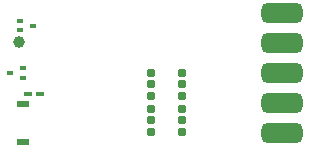
<source format=gbp>
G04 Layer: BottomPasteMaskLayer*
G04 EasyEDA Pro v2.2.20.32, 2024-06-04 01:45:36*
G04 Gerber Generator version 0.3*
G04 Scale: 100 percent, Rotated: No, Reflected: No*
G04 Dimensions in millimeters*
G04 Leading zeros omitted, absolute positions, 3 integers and 5 decimals*
%FSLAX35Y35*%
%MOMM*%
%AMRoundRect*1,1,$1,$2,$3*1,1,$1,$4,$5*1,1,$1,0-$2,0-$3*1,1,$1,0-$4,0-$5*20,1,$1,$2,$3,$4,$5,0*20,1,$1,$4,$5,0-$2,0-$3,0*20,1,$1,0-$2,0-$3,0-$4,0-$5,0*20,1,$1,0-$4,0-$5,$2,$3,0*4,1,4,$2,$3,$4,$5,0-$2,0-$3,0-$4,0-$5,$2,$3,0*%
%ADD10RoundRect,1.02X-1.24X-0.34X-1.24X0.34*%
%ADD11RoundRect,0.2X0.43X0.15X0.43X-0.15*%
%ADD12RoundRect,0.063X-0.3185X0.1185X0.3185X0.1185*%
%ADD13RoundRect,0.0693X0.21535X-0.13035X-0.21535X-0.13035*%
%ADD14RoundRect,0.0525X0.22375X-0.09875X-0.22375X-0.09875*%
%ADD15RoundRect,0.0693X-0.21535X0.13035X0.21535X0.13035*%
%ADD16RoundRect,0.0525X-0.22375X0.09875X0.22375X0.09875*%
%ADD17C,1.0*%
%ADD18RoundRect,0.126X-0.237X0.237X0.237X0.237*%
G75*


G04 Pad Start*
G54D10*
G01X1449700Y508000D03*
G01X1449700Y0D03*
G01X1449700Y254000D03*
G01X1449700Y-508000D03*
G01X1449700Y-254000D03*
G54D11*
G01X-739645Y-588573D03*
G01X-739645Y-266806D03*
G54D12*
G01X-600448Y-178093D03*
G01X-700448Y-178093D03*
G54D13*
G01X-657040Y399999D03*
G54D14*
G01X-762958Y359994D03*
G01X-762958Y440004D03*
G54D15*
G01X-847957Y0D03*
G54D16*
G01X-742039Y40005D03*
G01X-742039Y-40005D03*
G54D17*
G01X-774562Y261206D03*
G54D18*
G01X339398Y-496023D03*
G01X339398Y-401027D03*
G01X339398Y-306031D03*
G01X609400Y-306031D03*
G01X609400Y-401027D03*
G01X609400Y-496023D03*
G01X339398Y-191023D03*
G01X339398Y-96027D03*
G01X339398Y-1031D03*
G01X609400Y-1031D03*
G01X609400Y-96027D03*
G01X609400Y-191023D03*
G04 Pad End*

M02*


</source>
